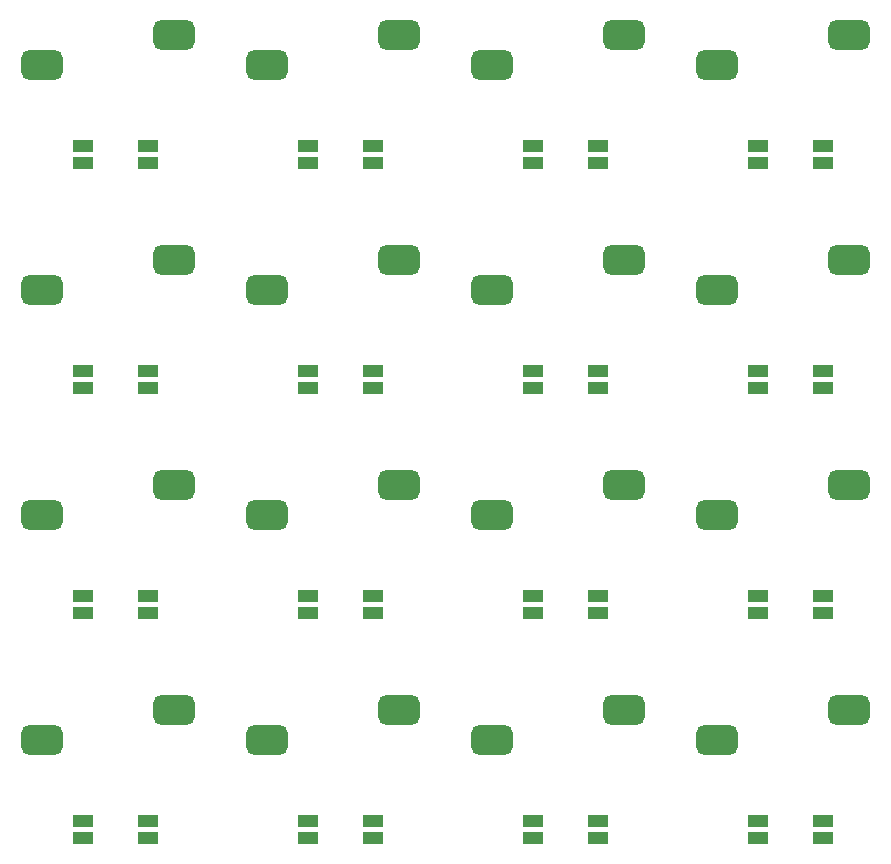
<source format=gbp>
%TF.GenerationSoftware,KiCad,Pcbnew,8.0.4*%
%TF.CreationDate,2024-08-05T16:40:16-07:00*%
%TF.ProjectId,dumbpad.pcb,64756d62-7061-4642-9e70-63622e6b6963,rev?*%
%TF.SameCoordinates,Original*%
%TF.FileFunction,Paste,Bot*%
%TF.FilePolarity,Positive*%
%FSLAX46Y46*%
G04 Gerber Fmt 4.6, Leading zero omitted, Abs format (unit mm)*
G04 Created by KiCad (PCBNEW 8.0.4) date 2024-08-05 16:40:16*
%MOMM*%
%LPD*%
G01*
G04 APERTURE LIST*
G04 Aperture macros list*
%AMRoundRect*
0 Rectangle with rounded corners*
0 $1 Rounding radius*
0 $2 $3 $4 $5 $6 $7 $8 $9 X,Y pos of 4 corners*
0 Add a 4 corners polygon primitive as box body*
4,1,4,$2,$3,$4,$5,$6,$7,$8,$9,$2,$3,0*
0 Add four circle primitives for the rounded corners*
1,1,$1+$1,$2,$3*
1,1,$1+$1,$4,$5*
1,1,$1+$1,$6,$7*
1,1,$1+$1,$8,$9*
0 Add four rect primitives between the rounded corners*
20,1,$1+$1,$2,$3,$4,$5,0*
20,1,$1+$1,$4,$5,$6,$7,0*
20,1,$1+$1,$6,$7,$8,$9,0*
20,1,$1+$1,$8,$9,$2,$3,0*%
G04 Aperture macros list end*
%ADD10RoundRect,0.625000X1.125000X0.625000X-1.125000X0.625000X-1.125000X-0.625000X1.125000X-0.625000X0*%
%ADD11R,1.700000X1.000000*%
G04 APERTURE END LIST*
D10*
%TO.C,S1*%
X135001100Y-71173600D03*
X123801100Y-73713600D03*
%TD*%
D11*
%TO.C,LED7*%
X146301100Y-99630000D03*
X146301100Y-101030000D03*
X151801100Y-101030000D03*
X151801100Y-99630000D03*
%TD*%
D10*
%TO.C,S15*%
X173101100Y-128323600D03*
X161901100Y-130863600D03*
%TD*%
%TO.C,S8*%
X192151100Y-90223600D03*
X180951100Y-92763600D03*
%TD*%
%TO.C,S2*%
X154051100Y-71173600D03*
X142851100Y-73713600D03*
%TD*%
D11*
%TO.C,LED4*%
X189901100Y-81980000D03*
X189901100Y-80580000D03*
X184401100Y-80580000D03*
X184401100Y-81980000D03*
%TD*%
D10*
%TO.C,S4*%
X192151100Y-71173600D03*
X180951100Y-73713600D03*
%TD*%
%TO.C,S5*%
X135001100Y-90223600D03*
X123801100Y-92763600D03*
%TD*%
D11*
%TO.C,LED12*%
X189901100Y-120080000D03*
X189901100Y-118680000D03*
X184401100Y-118680000D03*
X184401100Y-120080000D03*
%TD*%
%TO.C,LED3*%
X170851100Y-81980000D03*
X170851100Y-80580000D03*
X165351100Y-80580000D03*
X165351100Y-81980000D03*
%TD*%
D10*
%TO.C,S14*%
X154051100Y-128323600D03*
X142851100Y-130863600D03*
%TD*%
%TO.C,S11*%
X173101100Y-109273600D03*
X161901100Y-111813600D03*
%TD*%
D11*
%TO.C,LED16*%
X127251100Y-137730000D03*
X127251100Y-139130000D03*
X132751100Y-139130000D03*
X132751100Y-137730000D03*
%TD*%
D10*
%TO.C,S7*%
X173101100Y-90223600D03*
X161901100Y-92763600D03*
%TD*%
%TO.C,S6*%
X154051100Y-90223600D03*
X142851100Y-92763600D03*
%TD*%
D11*
%TO.C,LED10*%
X151801100Y-120080000D03*
X151801100Y-118680000D03*
X146301100Y-118680000D03*
X146301100Y-120080000D03*
%TD*%
%TO.C,LED2*%
X151801100Y-81980000D03*
X151801100Y-80580000D03*
X146301100Y-80580000D03*
X146301100Y-81980000D03*
%TD*%
D10*
%TO.C,S12*%
X192151100Y-109273600D03*
X180951100Y-111813600D03*
%TD*%
D11*
%TO.C,LED13*%
X184401100Y-137730000D03*
X184401100Y-139130000D03*
X189901100Y-139130000D03*
X189901100Y-137730000D03*
%TD*%
%TO.C,LED5*%
X184401100Y-99630000D03*
X184401100Y-101030000D03*
X189901100Y-101030000D03*
X189901100Y-99630000D03*
%TD*%
D10*
%TO.C,S3*%
X173101100Y-71173600D03*
X161901100Y-73713600D03*
%TD*%
D11*
%TO.C,LED6*%
X165351100Y-99630000D03*
X165351100Y-101030000D03*
X170851100Y-101030000D03*
X170851100Y-99630000D03*
%TD*%
%TO.C,LED1*%
X132751100Y-81980000D03*
X132751100Y-80580000D03*
X127251100Y-80580000D03*
X127251100Y-81980000D03*
%TD*%
D10*
%TO.C,S13*%
X135001100Y-128327200D03*
X123801100Y-130867200D03*
%TD*%
D11*
%TO.C,LED9*%
X132751100Y-120080000D03*
X132751100Y-118680000D03*
X127251100Y-118680000D03*
X127251100Y-120080000D03*
%TD*%
D10*
%TO.C,S9*%
X135001100Y-109273600D03*
X123801100Y-111813600D03*
%TD*%
D11*
%TO.C,LED11*%
X170851100Y-120080000D03*
X170851100Y-118680000D03*
X165351100Y-118680000D03*
X165351100Y-120080000D03*
%TD*%
D10*
%TO.C,S16*%
X192151100Y-128327200D03*
X180951100Y-130867200D03*
%TD*%
D11*
%TO.C,LED15*%
X146301100Y-137730000D03*
X146301100Y-139130000D03*
X151801100Y-139130000D03*
X151801100Y-137730000D03*
%TD*%
%TO.C,LED8*%
X127251100Y-99630000D03*
X127251100Y-101030000D03*
X132751100Y-101030000D03*
X132751100Y-99630000D03*
%TD*%
%TO.C,LED14*%
X165351100Y-137730000D03*
X165351100Y-139130000D03*
X170851100Y-139130000D03*
X170851100Y-137730000D03*
%TD*%
D10*
%TO.C,S10*%
X154051100Y-109273600D03*
X142851100Y-111813600D03*
%TD*%
M02*

</source>
